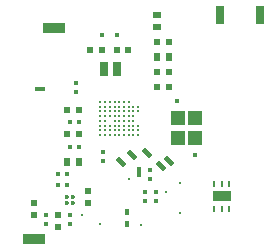
<source format=gts>
G04 Layer_Color=8388736*
%FSLAX25Y25*%
%MOIN*%
G70*
G01*
G75*
%ADD14R,0.01378X0.01378*%
%ADD15R,0.01378X0.01378*%
%ADD25C,0.00827*%
%ADD40R,0.02441X0.02441*%
G04:AMPARAMS|DCode=41|XSize=15.75mil|YSize=35.43mil|CornerRadius=0mil|HoleSize=0mil|Usage=FLASHONLY|Rotation=45.000|XOffset=0mil|YOffset=0mil|HoleType=Round|Shape=Rectangle|*
%AMROTATEDRECTD41*
4,1,4,0.00696,-0.01810,-0.01810,0.00696,-0.00696,0.01810,0.01810,-0.00696,0.00696,-0.01810,0.0*
%
%ADD41ROTATEDRECTD41*%

%ADD42R,0.02165X0.02165*%
%ADD43R,0.02165X0.02165*%
%ADD44R,0.00984X0.00984*%
%ADD45R,0.00984X0.00984*%
%ADD46R,0.02520X0.02480*%
%ADD47R,0.02480X0.02520*%
%ADD48R,0.02441X0.02441*%
%ADD49C,0.01575*%
%ADD50R,0.01575X0.02362*%
%ADD51R,0.01575X0.03543*%
%ADD52R,0.03543X0.01575*%
%ADD53R,0.03150X0.06142*%
%ADD54R,0.07480X0.03543*%
%ADD55C,0.00433*%
%ADD56R,0.04724X0.05118*%
%ADD57R,0.05905X0.03543*%
%ADD58R,0.00787X0.02362*%
%ADD59C,0.01417*%
%ADD60R,0.02756X0.04724*%
%ADD61C,0.00141*%
%ADD62C,0.00307*%
D14*
X3500Y-16500D02*
D03*
Y-19500D02*
D03*
X-31000Y-31500D02*
D03*
Y-34500D02*
D03*
X-23000D02*
D03*
Y-31500D02*
D03*
X2000Y-24000D02*
D03*
Y-27000D02*
D03*
X5500D02*
D03*
Y-24000D02*
D03*
X-12000Y-10500D02*
D03*
Y-13500D02*
D03*
X-21000Y12500D02*
D03*
Y9500D02*
D03*
D15*
X-27000Y-18000D02*
D03*
X-24000D02*
D03*
X-27000Y-21500D02*
D03*
X-24000D02*
D03*
X-20000Y-9000D02*
D03*
X-23000D02*
D03*
Y-500D02*
D03*
X-20000D02*
D03*
D25*
X-12919Y-4955D02*
D03*
Y-3380D02*
D03*
Y-1805D02*
D03*
Y-231D02*
D03*
Y1344D02*
D03*
Y2919D02*
D03*
Y4494D02*
D03*
Y6069D02*
D03*
X-11344Y-4955D02*
D03*
X-11344Y-3380D02*
D03*
X-11344Y-1805D02*
D03*
X-11344Y-231D02*
D03*
Y1344D02*
D03*
X-11344Y2919D02*
D03*
X-11344Y4494D02*
D03*
X-11344Y6069D02*
D03*
X-9770Y-4955D02*
D03*
Y-3380D02*
D03*
Y-1805D02*
D03*
Y1344D02*
D03*
Y2919D02*
D03*
Y4494D02*
D03*
Y6069D02*
D03*
X-8195Y-4955D02*
D03*
X-8195Y-3380D02*
D03*
X-8195Y-1805D02*
D03*
X-8195Y-231D02*
D03*
Y1344D02*
D03*
X-8195Y2919D02*
D03*
X-8195Y4494D02*
D03*
X-8195Y6069D02*
D03*
X-6620Y-4955D02*
D03*
Y-3380D02*
D03*
Y-1805D02*
D03*
Y-231D02*
D03*
Y1344D02*
D03*
Y2919D02*
D03*
Y4494D02*
D03*
Y6069D02*
D03*
X-5045Y-4955D02*
D03*
Y-3380D02*
D03*
Y-1805D02*
D03*
Y-231D02*
D03*
Y1344D02*
D03*
Y2919D02*
D03*
Y4494D02*
D03*
Y6069D02*
D03*
X-3471Y-4955D02*
D03*
Y-3380D02*
D03*
Y-1805D02*
D03*
Y-231D02*
D03*
Y1344D02*
D03*
Y2919D02*
D03*
Y4494D02*
D03*
Y6069D02*
D03*
X-1896Y-4955D02*
D03*
Y-3380D02*
D03*
Y-1805D02*
D03*
Y-231D02*
D03*
Y1344D02*
D03*
Y2919D02*
D03*
Y4494D02*
D03*
X-321Y-4955D02*
D03*
Y-3380D02*
D03*
Y-1805D02*
D03*
Y2919D02*
D03*
Y4494D02*
D03*
D40*
X9937Y26000D02*
D03*
X-7500Y23500D02*
D03*
X-3563D02*
D03*
X-12500D02*
D03*
X-16437D02*
D03*
X6000Y26000D02*
D03*
X10000Y16000D02*
D03*
X6063D02*
D03*
X-20000Y3500D02*
D03*
X-23937D02*
D03*
X-20000Y-4500D02*
D03*
X-23937D02*
D03*
D41*
X-6000Y-14000D02*
D03*
X2500Y-11000D02*
D03*
X-2283Y-11591D02*
D03*
X10000Y-13500D02*
D03*
X7121Y-15118D02*
D03*
D42*
X9937Y11000D02*
D03*
X6000D02*
D03*
D43*
X-17000Y-23563D02*
D03*
Y-27500D02*
D03*
D44*
X-3500Y-19500D02*
D03*
X13500Y-21000D02*
D03*
X-19000Y-31500D02*
D03*
X9000Y-24000D02*
D03*
X500Y-35000D02*
D03*
D45*
X-13000Y-34500D02*
D03*
X13500Y-31000D02*
D03*
D46*
X6000Y35055D02*
D03*
Y31000D02*
D03*
D47*
X-20000Y-14000D02*
D03*
X-24055D02*
D03*
X6000Y21000D02*
D03*
X10055D02*
D03*
D48*
X-27000Y-31500D02*
D03*
Y-35437D02*
D03*
X-35000Y-31500D02*
D03*
Y-27563D02*
D03*
D49*
X18500Y-11500D02*
D03*
X12711Y6328D02*
D03*
X-7500Y28500D02*
D03*
X-12500D02*
D03*
D50*
X-4000Y-30500D02*
D03*
Y-34665D02*
D03*
D51*
X96Y-17335D02*
D03*
D52*
X-33000Y10500D02*
D03*
D53*
X27000Y35000D02*
D03*
X40410D02*
D03*
D54*
X-28370Y30604D02*
D03*
X-35000Y-39500D02*
D03*
D55*
X-9770Y-231D02*
D03*
D56*
X18500Y693D02*
D03*
Y-6000D02*
D03*
X12988D02*
D03*
Y693D02*
D03*
D57*
X27500Y-25366D02*
D03*
D58*
X24941Y-29500D02*
D03*
X27500D02*
D03*
X30059D02*
D03*
X24941Y-21232D02*
D03*
X27500D02*
D03*
X30059D02*
D03*
D59*
X-23968Y-27500D02*
D03*
Y-25532D02*
D03*
X-22000Y-27500D02*
D03*
Y-25532D02*
D03*
D60*
X-7500Y17000D02*
D03*
X-11840D02*
D03*
D61*
X10000Y26000D02*
D03*
X-27451Y30078D02*
D03*
X-3666Y23508D02*
D03*
X-35012Y-27113D02*
D03*
X25855Y-26424D02*
D03*
X25716Y-24717D02*
D03*
X29053Y-26310D02*
D03*
X29496Y-24528D02*
D03*
X-2283Y-11591D02*
D03*
X-22981Y-8839D02*
D03*
X-12919Y-231D02*
D03*
X-44159Y-12830D02*
D03*
X-24435Y3453D02*
D03*
X-20000Y-4500D02*
D03*
Y-500D02*
D03*
Y-9000D02*
D03*
X-23937Y-4500D02*
D03*
X-23000Y-500D02*
D03*
X-20000Y3500D02*
D03*
X-3500Y-19500D02*
D03*
X9000Y-24000D02*
D03*
X13500D02*
D03*
Y-31000D02*
D03*
X27500Y-29500D02*
D03*
X-33000Y10500D02*
D03*
X3500Y-19500D02*
D03*
X-3500Y-16500D02*
D03*
X-4000Y-35000D02*
D03*
Y-30500D02*
D03*
X-7500Y17000D02*
D03*
Y23500D02*
D03*
Y28500D02*
D03*
X-35000Y-31500D02*
D03*
X-31000D02*
D03*
X-27000D02*
D03*
X-23000D02*
D03*
X-19000D02*
D03*
X-17000Y-27500D02*
D03*
X-22000Y-25500D02*
D03*
X-24000Y-27500D02*
D03*
Y-18000D02*
D03*
Y-14000D02*
D03*
X-27000Y-21500D02*
D03*
Y-18000D02*
D03*
X-21000Y9500D02*
D03*
Y12500D02*
D03*
X-12000Y-10500D02*
D03*
Y-13500D02*
D03*
X-19000Y-34500D02*
D03*
X-13000D02*
D03*
X-23000D02*
D03*
X500Y-35000D02*
D03*
Y-32000D02*
D03*
X-10000Y-34500D02*
D03*
X16500Y-31000D02*
D03*
X30000Y-29500D02*
D03*
X25000D02*
D03*
X13500Y-21000D02*
D03*
X25000D02*
D03*
X27500D02*
D03*
X30000D02*
D03*
X9000D02*
D03*
X7000Y-15000D02*
D03*
X2500Y-11000D02*
D03*
X-6000Y-14000D02*
D03*
X10000Y-13500D02*
D03*
X13000Y500D02*
D03*
X3500Y-16500D02*
D03*
X-20000Y-14000D02*
D03*
X-24000Y-21500D02*
D03*
Y-25500D02*
D03*
X-22000Y-27500D02*
D03*
X-17000Y-23500D02*
D03*
X-35000Y-39500D02*
D03*
X-27000Y-35500D02*
D03*
X-31000Y-34500D02*
D03*
X2000Y-24000D02*
D03*
Y-27000D02*
D03*
X5500D02*
D03*
Y-24000D02*
D03*
X18500Y500D02*
D03*
Y-6000D02*
D03*
X0Y-17500D02*
D03*
X-12500Y28500D02*
D03*
X-12000Y17000D02*
D03*
X13000Y-6000D02*
D03*
X-16500Y23500D02*
D03*
X-12500D02*
D03*
X18500Y-11500D02*
D03*
X6000Y11000D02*
D03*
X10000D02*
D03*
Y16000D02*
D03*
X6000D02*
D03*
X10000Y21000D02*
D03*
X6000D02*
D03*
Y26000D02*
D03*
Y31000D02*
D03*
Y35000D02*
D03*
X27000D02*
D03*
D62*
X-8195Y-4955D02*
D03*
X-11344D02*
D03*
X-9770Y-4955D02*
D03*
X-1896Y-4955D02*
D03*
X-321D02*
D03*
X-12919Y1344D02*
D03*
X-3471Y-231D02*
D03*
X-1896Y2919D02*
D03*
X-321Y2919D02*
D03*
X-1896Y4494D02*
D03*
X-3471D02*
D03*
X-3471Y2919D02*
D03*
X-5045Y2919D02*
D03*
X-6620Y6069D02*
D03*
X-9770Y4494D02*
D03*
X-8195Y2919D02*
D03*
X-12919Y-4955D02*
D03*
Y-3380D02*
D03*
X-11345Y-3380D02*
D03*
X-8195D02*
D03*
X-3470Y1344D02*
D03*
X-1896Y1344D02*
D03*
X-1896Y-231D02*
D03*
X-321Y-1805D02*
D03*
X-1896D02*
D03*
X-3471Y-3380D02*
D03*
X-5045Y-3380D02*
D03*
X-5045Y-4955D02*
D03*
X-3471Y-4955D02*
D03*
X-11345Y6069D02*
D03*
X-3471D02*
D03*
X-5045Y4494D02*
D03*
Y6069D02*
D03*
X-12919Y6069D02*
D03*
Y2919D02*
D03*
X-11345Y4494D02*
D03*
X-12920D02*
D03*
M02*

</source>
